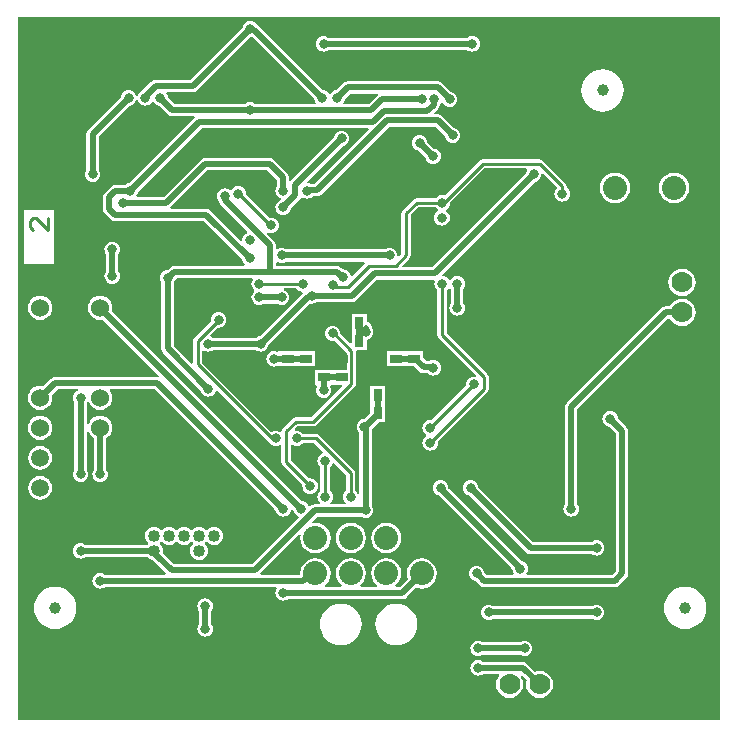
<source format=gbl>
G04*
G04 #@! TF.GenerationSoftware,Altium Limited,Altium Designer,20.1.14 (287)*
G04*
G04 Layer_Physical_Order=2*
G04 Layer_Color=16711680*
%FSLAX25Y25*%
%MOIN*%
G70*
G04*
G04 #@! TF.SameCoordinates,C2F43883-CFBE-4391-8D32-2E69E091BBB5*
G04*
G04*
G04 #@! TF.FilePolarity,Positive*
G04*
G01*
G75*
%ADD10C,0.01000*%
%ADD56C,0.03937*%
%ADD62R,0.03000X0.04000*%
%ADD65R,0.04000X0.03000*%
%ADD87C,0.02000*%
%ADD88C,0.07000*%
%ADD89C,0.02000*%
%ADD90C,0.19685*%
%ADD91C,0.04000*%
%ADD92C,0.08000*%
%ADD93R,0.05906X0.05906*%
%ADD94C,0.05906*%
%ADD95C,0.06000*%
%ADD96C,0.03150*%
G36*
X461500Y207500D02*
X227500D01*
Y442000D01*
X461500D01*
Y207500D01*
D02*
G37*
%LPC*%
G36*
X379000Y435597D02*
X378328Y435508D01*
X377701Y435249D01*
X377428Y435039D01*
X331072D01*
X330799Y435249D01*
X330172Y435508D01*
X329500Y435597D01*
X328828Y435508D01*
X328202Y435249D01*
X327664Y434836D01*
X327251Y434299D01*
X326992Y433672D01*
X326903Y433000D01*
X326992Y432328D01*
X327251Y431702D01*
X327664Y431164D01*
X328202Y430751D01*
X328828Y430491D01*
X329500Y430403D01*
X330172Y430491D01*
X330799Y430751D01*
X331072Y430961D01*
X377428D01*
X377701Y430751D01*
X378328Y430491D01*
X379000Y430403D01*
X379672Y430491D01*
X380298Y430751D01*
X380836Y431164D01*
X381249Y431702D01*
X381508Y432328D01*
X381597Y433000D01*
X381508Y433672D01*
X381249Y434299D01*
X380836Y434836D01*
X380298Y435249D01*
X379672Y435508D01*
X379000Y435597D01*
D02*
G37*
G36*
X305000Y440597D02*
X304328Y440509D01*
X303701Y440249D01*
X303164Y439836D01*
X302751Y439298D01*
X302491Y438672D01*
X302447Y438330D01*
X285155Y421039D01*
X273500D01*
X272720Y420884D01*
X272058Y420442D01*
X269133Y417517D01*
X269051Y417394D01*
X268702Y417249D01*
X268164Y416836D01*
X267751Y416298D01*
X267549Y415810D01*
X267250Y415738D01*
X266951Y415810D01*
X266749Y416298D01*
X266336Y416836D01*
X265798Y417249D01*
X265172Y417509D01*
X264500Y417597D01*
X263828Y417509D01*
X263201Y417249D01*
X262664Y416836D01*
X262251Y416298D01*
X261992Y415672D01*
X261947Y415330D01*
X251058Y404442D01*
X250616Y403780D01*
X250461Y403000D01*
Y391072D01*
X250251Y390798D01*
X249991Y390172D01*
X249903Y389500D01*
X249991Y388828D01*
X250251Y388201D01*
X250664Y387664D01*
X251202Y387251D01*
X251828Y386992D01*
X252500Y386903D01*
X253172Y386992D01*
X253799Y387251D01*
X254336Y387664D01*
X254749Y388201D01*
X255009Y388828D01*
X255097Y389500D01*
X255009Y390172D01*
X254749Y390798D01*
X254539Y391072D01*
Y402155D01*
X264830Y412446D01*
X265172Y412492D01*
X265798Y412751D01*
X266336Y413164D01*
X266749Y413701D01*
X266951Y414190D01*
X267250Y414262D01*
X267549Y414190D01*
X267751Y413701D01*
X268164Y413164D01*
X268702Y412751D01*
X269328Y412492D01*
X270000Y412403D01*
X270672Y412492D01*
X271299Y412751D01*
X271836Y413164D01*
X272223Y413668D01*
X272492Y413704D01*
X272508D01*
X272777Y413668D01*
X273164Y413164D01*
X273702Y412751D01*
X274328Y412492D01*
X274670Y412446D01*
X277586Y409530D01*
X278247Y409088D01*
X279028Y408933D01*
X286393D01*
X286548Y408471D01*
X286549Y408433D01*
X264670Y386554D01*
X264328Y386508D01*
X263702Y386249D01*
X263428Y386039D01*
X260000D01*
X259220Y385884D01*
X258558Y385442D01*
X256558Y383442D01*
X256116Y382780D01*
X255961Y382000D01*
Y378000D01*
X256116Y377220D01*
X256558Y376558D01*
X258558Y374558D01*
X259220Y374116D01*
X260000Y373961D01*
X289580D01*
X302372Y361170D01*
X302417Y360828D01*
X302676Y360202D01*
X303089Y359664D01*
X303285Y359513D01*
X303115Y359013D01*
X283131D01*
X283000Y359039D01*
X279811D01*
X279031Y358884D01*
X278369Y358442D01*
X277521Y357594D01*
X277500Y357597D01*
X276828Y357508D01*
X276202Y357249D01*
X275664Y356836D01*
X275251Y356298D01*
X274991Y355672D01*
X274903Y355000D01*
X274991Y354328D01*
X275251Y353701D01*
X275461Y353428D01*
Y331500D01*
X275616Y330720D01*
X276058Y330058D01*
X288446Y317670D01*
X288492Y317328D01*
X288751Y316702D01*
X289164Y316164D01*
X289702Y315751D01*
X290328Y315492D01*
X291000Y315403D01*
X291672Y315492D01*
X292299Y315751D01*
X292836Y316164D01*
X293249Y316702D01*
X293493Y317289D01*
X293840Y317456D01*
X293984Y317505D01*
X311070Y300419D01*
X311196Y300335D01*
X311251Y300202D01*
X311664Y299664D01*
X312201Y299251D01*
X312828Y298991D01*
X313500Y298903D01*
X314172Y298991D01*
X314798Y299251D01*
X314971Y299383D01*
X315471Y299136D01*
Y293625D01*
X315587Y293040D01*
X315919Y292544D01*
X322453Y286009D01*
X322403Y285625D01*
X322492Y284953D01*
X322751Y284327D01*
X323164Y283789D01*
X323702Y283376D01*
X324328Y283117D01*
X325000Y283028D01*
X325672Y283117D01*
X326298Y283376D01*
X326836Y283789D01*
X327249Y284327D01*
X327508Y284953D01*
X327597Y285625D01*
X327508Y286297D01*
X327249Y286924D01*
X326836Y287462D01*
X326298Y287874D01*
X325672Y288134D01*
X325000Y288222D01*
X324616Y288172D01*
X318529Y294259D01*
Y299136D01*
X319029Y299383D01*
X319201Y299251D01*
X319828Y298991D01*
X320500Y298903D01*
X321172Y298991D01*
X321798Y299251D01*
X322336Y299664D01*
X322572Y299971D01*
X326215D01*
X329215Y296971D01*
X329075Y296404D01*
X328701Y296249D01*
X328164Y295836D01*
X327751Y295299D01*
X327491Y294672D01*
X327403Y294000D01*
X327491Y293328D01*
X327751Y292702D01*
X328164Y292164D01*
X328471Y291928D01*
Y284072D01*
X328164Y283836D01*
X327751Y283298D01*
X327491Y282672D01*
X327403Y282000D01*
X327491Y281328D01*
X327751Y280701D01*
X328164Y280164D01*
X328326Y280039D01*
X328156Y279539D01*
X326555D01*
X325775Y279384D01*
X325114Y278942D01*
X324971Y278799D01*
X324400Y278935D01*
X324249Y279298D01*
X323836Y279836D01*
X323299Y280249D01*
X322672Y280508D01*
X322330Y280554D01*
X258901Y343983D01*
X259034Y345000D01*
X258897Y346044D01*
X258494Y347017D01*
X257853Y347853D01*
X257017Y348494D01*
X256044Y348897D01*
X255000Y349035D01*
X253956Y348897D01*
X252983Y348494D01*
X252147Y347853D01*
X251506Y347017D01*
X251103Y346044D01*
X250965Y345000D01*
X251103Y343956D01*
X251506Y342983D01*
X252147Y342147D01*
X252983Y341506D01*
X253956Y341103D01*
X255000Y340966D01*
X256017Y341099D01*
X274708Y322408D01*
X274462Y321947D01*
X274000Y322039D01*
X240000D01*
X239219Y321884D01*
X238558Y321442D01*
X236017Y318901D01*
X235000Y319035D01*
X233956Y318897D01*
X232983Y318494D01*
X232147Y317853D01*
X231506Y317017D01*
X231103Y316044D01*
X230965Y315000D01*
X231103Y313956D01*
X231506Y312983D01*
X232147Y312147D01*
X232983Y311506D01*
X233956Y311103D01*
X235000Y310966D01*
X236044Y311103D01*
X237017Y311506D01*
X237853Y312147D01*
X238494Y312983D01*
X238897Y313956D01*
X239034Y315000D01*
X238901Y316017D01*
X240845Y317961D01*
X247613D01*
X247713Y317461D01*
X247201Y317249D01*
X246664Y316836D01*
X246251Y316299D01*
X245991Y315672D01*
X245903Y315000D01*
X245991Y314328D01*
X246251Y313702D01*
X246461Y313428D01*
Y291072D01*
X246251Y290798D01*
X245991Y290172D01*
X245903Y289500D01*
X245991Y288828D01*
X246251Y288201D01*
X246664Y287664D01*
X247201Y287251D01*
X247828Y286992D01*
X248500Y286903D01*
X249172Y286992D01*
X249798Y287251D01*
X250336Y287664D01*
X250749Y288201D01*
X251009Y288828D01*
X251097Y289500D01*
X251009Y290172D01*
X250749Y290798D01*
X250539Y291072D01*
Y304407D01*
X251039Y304440D01*
X251103Y303956D01*
X251506Y302983D01*
X252147Y302147D01*
X252961Y301523D01*
Y291072D01*
X252751Y290798D01*
X252491Y290172D01*
X252403Y289500D01*
X252491Y288828D01*
X252751Y288201D01*
X253164Y287664D01*
X253701Y287251D01*
X254328Y286992D01*
X255000Y286903D01*
X255672Y286992D01*
X256298Y287251D01*
X256836Y287664D01*
X257249Y288201D01*
X257508Y288828D01*
X257597Y289500D01*
X257508Y290172D01*
X257249Y290798D01*
X257039Y291072D01*
Y301523D01*
X257853Y302147D01*
X258494Y302983D01*
X258897Y303956D01*
X259034Y305000D01*
X258897Y306044D01*
X258494Y307017D01*
X257853Y307853D01*
X257017Y308494D01*
X256044Y308897D01*
X255000Y309035D01*
X253956Y308897D01*
X252983Y308494D01*
X252147Y307853D01*
X251506Y307017D01*
X251103Y306044D01*
X251039Y305561D01*
X250539Y305593D01*
Y313428D01*
X250696Y313632D01*
X250985Y313655D01*
X251249Y313602D01*
X251506Y312983D01*
X252147Y312147D01*
X252983Y311506D01*
X253956Y311103D01*
X255000Y310966D01*
X256044Y311103D01*
X257017Y311506D01*
X257853Y312147D01*
X258494Y312983D01*
X258897Y313956D01*
X259034Y315000D01*
X258897Y316044D01*
X258494Y317017D01*
X258154Y317461D01*
X258400Y317961D01*
X273155D01*
X313446Y277670D01*
X313492Y277328D01*
X313751Y276701D01*
X314164Y276164D01*
X314702Y275751D01*
X315328Y275491D01*
X316000Y275403D01*
X316672Y275491D01*
X317299Y275751D01*
X317836Y276164D01*
X318249Y276701D01*
X318509Y277328D01*
X318575Y277834D01*
X319060Y278056D01*
X319446Y277670D01*
X319492Y277328D01*
X319751Y276701D01*
X320164Y276164D01*
X320702Y275751D01*
X321065Y275600D01*
X321201Y275029D01*
X305711Y259539D01*
X279688D01*
X275933Y263294D01*
X276026Y264000D01*
X275923Y264783D01*
X275621Y265513D01*
X275140Y266140D01*
X274996Y266250D01*
Y266750D01*
X275140Y266860D01*
X275250Y267004D01*
X275750D01*
X275860Y266860D01*
X276487Y266379D01*
X277217Y266077D01*
X278000Y265974D01*
X278783Y266077D01*
X279513Y266379D01*
X280140Y266860D01*
X280250Y267004D01*
X280750D01*
X280860Y266860D01*
X281487Y266379D01*
X282217Y266077D01*
X283000Y265974D01*
X283783Y266077D01*
X284513Y266379D01*
X285140Y266860D01*
X285250Y267004D01*
X285750D01*
X285860Y266860D01*
X286004Y266750D01*
Y266250D01*
X285860Y266140D01*
X285380Y265513D01*
X285077Y264783D01*
X284974Y264000D01*
X285077Y263217D01*
X285380Y262487D01*
X285860Y261860D01*
X286487Y261380D01*
X287217Y261077D01*
X288000Y260974D01*
X288783Y261077D01*
X289513Y261380D01*
X290140Y261860D01*
X290620Y262487D01*
X290923Y263217D01*
X291026Y264000D01*
X290923Y264783D01*
X290620Y265513D01*
X290140Y266140D01*
X289996Y266250D01*
Y266750D01*
X290140Y266860D01*
X290250Y267004D01*
X290750D01*
X290860Y266860D01*
X291487Y266379D01*
X292217Y266077D01*
X293000Y265974D01*
X293783Y266077D01*
X294513Y266379D01*
X295140Y266860D01*
X295620Y267487D01*
X295923Y268217D01*
X296026Y269000D01*
X295923Y269783D01*
X295620Y270513D01*
X295140Y271140D01*
X294513Y271620D01*
X293783Y271923D01*
X293000Y272026D01*
X292217Y271923D01*
X291487Y271620D01*
X290860Y271140D01*
X290750Y270996D01*
X290250D01*
X290140Y271140D01*
X289513Y271620D01*
X288783Y271923D01*
X288000Y272026D01*
X287217Y271923D01*
X286487Y271620D01*
X285860Y271140D01*
X285750Y270996D01*
X285250D01*
X285140Y271140D01*
X284513Y271620D01*
X283783Y271923D01*
X283000Y272026D01*
X282217Y271923D01*
X281487Y271620D01*
X280860Y271140D01*
X280750Y270996D01*
X280250D01*
X280140Y271140D01*
X279513Y271620D01*
X278783Y271923D01*
X278000Y272026D01*
X277217Y271923D01*
X276487Y271620D01*
X275860Y271140D01*
X275750Y270996D01*
X275250D01*
X275140Y271140D01*
X274513Y271620D01*
X273783Y271923D01*
X273000Y272026D01*
X272217Y271923D01*
X271487Y271620D01*
X270860Y271140D01*
X270379Y270513D01*
X270077Y269783D01*
X269974Y269000D01*
X270077Y268217D01*
X270379Y267487D01*
X270860Y266860D01*
X270864Y266309D01*
X270591Y266039D01*
X250072D01*
X249798Y266249D01*
X249172Y266509D01*
X248500Y266597D01*
X247828Y266509D01*
X247201Y266249D01*
X246664Y265836D01*
X246251Y265299D01*
X245991Y264672D01*
X245903Y264000D01*
X245991Y263328D01*
X246251Y262702D01*
X246664Y262164D01*
X247201Y261751D01*
X247828Y261491D01*
X248500Y261403D01*
X249172Y261491D01*
X249798Y261751D01*
X250072Y261961D01*
X270783D01*
X270860Y261860D01*
X271487Y261380D01*
X272217Y261077D01*
X272462Y261045D01*
X272558Y260901D01*
X276920Y256539D01*
X276713Y256039D01*
X256572D01*
X256298Y256249D01*
X255672Y256508D01*
X255000Y256597D01*
X254328Y256508D01*
X253701Y256249D01*
X253164Y255836D01*
X252751Y255298D01*
X252491Y254672D01*
X252403Y254000D01*
X252491Y253328D01*
X252751Y252701D01*
X253164Y252164D01*
X253701Y251751D01*
X254328Y251491D01*
X255000Y251403D01*
X255672Y251491D01*
X256298Y251751D01*
X256572Y251961D01*
X313629D01*
X313876Y251461D01*
X313751Y251298D01*
X313492Y250672D01*
X313403Y250000D01*
X313492Y249328D01*
X313751Y248702D01*
X314164Y248164D01*
X314702Y247751D01*
X315328Y247492D01*
X316000Y247403D01*
X316672Y247492D01*
X317299Y247751D01*
X317572Y247961D01*
X355716D01*
X356497Y248116D01*
X357158Y248558D01*
X360429Y251829D01*
X360911Y251629D01*
X362216Y251457D01*
X363522Y251629D01*
X364738Y252133D01*
X365782Y252934D01*
X366584Y253978D01*
X367088Y255195D01*
X367260Y256500D01*
X367088Y257805D01*
X366584Y259022D01*
X365782Y260066D01*
X364738Y260868D01*
X363522Y261371D01*
X362216Y261543D01*
X360911Y261371D01*
X359695Y260868D01*
X358650Y260066D01*
X357849Y259022D01*
X357345Y257805D01*
X357173Y256500D01*
X357345Y255195D01*
X357545Y254712D01*
X354872Y252039D01*
X353627D01*
X353457Y252539D01*
X353972Y252934D01*
X354773Y253978D01*
X355277Y255195D01*
X355449Y256500D01*
X355277Y257805D01*
X354773Y259022D01*
X353972Y260066D01*
X352927Y260868D01*
X351711Y261371D01*
X350406Y261543D01*
X349100Y261371D01*
X347884Y260868D01*
X346839Y260066D01*
X346038Y259022D01*
X345534Y257805D01*
X345362Y256500D01*
X345534Y255195D01*
X346038Y253978D01*
X346839Y252934D01*
X347354Y252539D01*
X347184Y252039D01*
X341816D01*
X341646Y252539D01*
X342161Y252934D01*
X342962Y253978D01*
X343466Y255195D01*
X343638Y256500D01*
X343466Y257805D01*
X342962Y259022D01*
X342161Y260066D01*
X341116Y260868D01*
X339900Y261371D01*
X338595Y261543D01*
X337289Y261371D01*
X336073Y260868D01*
X335029Y260066D01*
X334227Y259022D01*
X333723Y257805D01*
X333551Y256500D01*
X333723Y255195D01*
X334227Y253978D01*
X335029Y252934D01*
X335543Y252539D01*
X335373Y252039D01*
X330005D01*
X329835Y252539D01*
X330349Y252934D01*
X331151Y253978D01*
X331655Y255195D01*
X331827Y256500D01*
X331655Y257805D01*
X331151Y259022D01*
X330349Y260066D01*
X329305Y260868D01*
X328089Y261371D01*
X326783Y261543D01*
X325478Y261371D01*
X324262Y260868D01*
X323218Y260066D01*
X322416Y259022D01*
X321912Y257805D01*
X321740Y256500D01*
X321751Y256415D01*
X321422Y256039D01*
X308686D01*
X308479Y256539D01*
X321384Y269445D01*
X321858Y269211D01*
X321740Y268319D01*
X321912Y267014D01*
X322416Y265797D01*
X323218Y264753D01*
X324262Y263951D01*
X325478Y263448D01*
X326783Y263276D01*
X328089Y263448D01*
X329305Y263951D01*
X330349Y264753D01*
X331151Y265797D01*
X331655Y267014D01*
X331827Y268319D01*
X331655Y269624D01*
X331151Y270841D01*
X330349Y271885D01*
X329305Y272687D01*
X328089Y273190D01*
X326783Y273362D01*
X325891Y273245D01*
X325658Y273718D01*
X327400Y275461D01*
X341928D01*
X342201Y275251D01*
X342828Y274991D01*
X343500Y274903D01*
X344172Y274991D01*
X344798Y275251D01*
X345336Y275664D01*
X345749Y276202D01*
X346008Y276828D01*
X346097Y277500D01*
X346008Y278172D01*
X345749Y278799D01*
X345539Y279072D01*
Y304532D01*
X348007Y307000D01*
X350124D01*
Y313000D01*
Y319000D01*
X345124D01*
Y313000D01*
Y309884D01*
X343244Y308005D01*
X343111Y308022D01*
X342439Y307934D01*
X341813Y307674D01*
X341275Y307262D01*
X340862Y306724D01*
X340603Y306097D01*
X340514Y305425D01*
X340603Y304753D01*
X340862Y304127D01*
X341275Y303589D01*
X341461Y303446D01*
Y282887D01*
X340961Y282787D01*
X340749Y283298D01*
X340336Y283836D01*
X340029Y284072D01*
Y289848D01*
X339913Y290434D01*
X339581Y290930D01*
X327930Y302581D01*
X327434Y302913D01*
X326848Y303029D01*
X322572D01*
X322336Y303336D01*
X321798Y303749D01*
X321172Y304009D01*
X320500Y304097D01*
X320061Y304039D01*
X319827Y304513D01*
X320785Y305471D01*
X326000D01*
X326585Y305587D01*
X327081Y305919D01*
X339881Y318719D01*
X340213Y319215D01*
X340329Y319800D01*
Y330700D01*
X340576Y331000D01*
X343876D01*
Y334453D01*
X344172Y334491D01*
X344798Y334751D01*
X345336Y335164D01*
X345749Y335701D01*
X346008Y336328D01*
X346097Y337000D01*
X346008Y337672D01*
X345749Y338299D01*
X345487Y338640D01*
X345384Y339157D01*
X344942Y339818D01*
X344280Y340260D01*
X343876Y340341D01*
Y343000D01*
X338876D01*
Y337000D01*
Y333440D01*
X338415Y333248D01*
X335087Y336576D01*
X335009Y337172D01*
X334749Y337799D01*
X334336Y338336D01*
X333799Y338749D01*
X333172Y339008D01*
X332500Y339097D01*
X331828Y339008D01*
X331202Y338749D01*
X330664Y338336D01*
X330251Y337799D01*
X329992Y337172D01*
X329903Y336500D01*
X329992Y335828D01*
X330251Y335202D01*
X330664Y334664D01*
X331202Y334251D01*
X331828Y333992D01*
X332500Y333903D01*
X333172Y333992D01*
X333295Y334042D01*
X337271Y330066D01*
Y324376D01*
X326500D01*
Y319376D01*
X327064D01*
X327311Y318876D01*
X327251Y318798D01*
X326992Y318172D01*
X326903Y317500D01*
X326992Y316828D01*
X327251Y316201D01*
X327664Y315664D01*
X328202Y315251D01*
X328828Y314991D01*
X329500Y314903D01*
X330172Y314991D01*
X330799Y315251D01*
X331336Y315664D01*
X331749Y316201D01*
X332009Y316828D01*
X332097Y317500D01*
X332009Y318172D01*
X331749Y318798D01*
X331689Y318876D01*
X331936Y319376D01*
X335560D01*
X335752Y318915D01*
X325366Y308529D01*
X320152D01*
X319566Y308413D01*
X319070Y308081D01*
X315919Y304930D01*
X315587Y304434D01*
X315471Y303848D01*
X314971Y303617D01*
X314798Y303749D01*
X314172Y304009D01*
X313500Y304097D01*
X312828Y304009D01*
X312201Y303749D01*
X312124Y303690D01*
X289029Y326785D01*
Y330636D01*
X289529Y330883D01*
X289702Y330751D01*
X290328Y330491D01*
X291000Y330403D01*
X291672Y330491D01*
X292299Y330751D01*
X292572Y330961D01*
X306928D01*
X307202Y330751D01*
X307828Y330491D01*
X308500Y330403D01*
X309172Y330491D01*
X309799Y330751D01*
X310336Y331164D01*
X310749Y331701D01*
X311009Y332328D01*
X311053Y332670D01*
X324883Y346499D01*
X324903Y346492D01*
X325575Y346403D01*
X326247Y346492D01*
X326873Y346751D01*
X327147Y346961D01*
X339000D01*
X339780Y347116D01*
X340442Y347558D01*
X347345Y354461D01*
X366277D01*
X366595Y354065D01*
X366617Y353974D01*
X366492Y353672D01*
X366403Y353000D01*
X366492Y352328D01*
X366751Y351701D01*
X367164Y351164D01*
X367471Y350928D01*
Y336000D01*
X367471Y336000D01*
X367587Y335415D01*
X367919Y334919D01*
X380369Y322468D01*
X380223Y322129D01*
X380114Y322016D01*
X379500Y322097D01*
X378828Y322008D01*
X378202Y321749D01*
X377664Y321336D01*
X377251Y320798D01*
X376992Y320172D01*
X376903Y319500D01*
X376954Y319116D01*
X365384Y307546D01*
X365000Y307597D01*
X364328Y307508D01*
X363702Y307249D01*
X363164Y306836D01*
X362751Y306298D01*
X362491Y305672D01*
X362403Y305000D01*
X362491Y304328D01*
X362751Y303701D01*
X363164Y303164D01*
X363668Y302777D01*
X363704Y302508D01*
Y302492D01*
X363668Y302223D01*
X363164Y301836D01*
X362751Y301298D01*
X362491Y300672D01*
X362403Y300000D01*
X362491Y299328D01*
X362751Y298702D01*
X363164Y298164D01*
X363702Y297751D01*
X364328Y297492D01*
X365000Y297403D01*
X365672Y297492D01*
X366299Y297751D01*
X366836Y298164D01*
X367249Y298702D01*
X367509Y299328D01*
X367597Y300000D01*
X367547Y300384D01*
X384081Y316919D01*
X384413Y317415D01*
X384529Y318000D01*
Y322000D01*
X384413Y322585D01*
X384081Y323081D01*
X370529Y336633D01*
Y350928D01*
X370836Y351164D01*
X371223Y351668D01*
X371492Y351704D01*
X371508D01*
X371777Y351668D01*
X371961Y351428D01*
Y346572D01*
X371751Y346299D01*
X371492Y345672D01*
X371403Y345000D01*
X371492Y344328D01*
X371751Y343702D01*
X372164Y343164D01*
X372702Y342751D01*
X373328Y342492D01*
X374000Y342403D01*
X374672Y342492D01*
X375299Y342751D01*
X375836Y343164D01*
X376249Y343702D01*
X376508Y344328D01*
X376597Y345000D01*
X376508Y345672D01*
X376249Y346299D01*
X376039Y346572D01*
Y351428D01*
X376249Y351701D01*
X376508Y352328D01*
X376597Y353000D01*
X376508Y353672D01*
X376249Y354298D01*
X375836Y354836D01*
X375299Y355249D01*
X374672Y355508D01*
X374000Y355597D01*
X373328Y355508D01*
X372702Y355249D01*
X372164Y354836D01*
X371777Y354332D01*
X371508Y354296D01*
X371492D01*
X371223Y354332D01*
X370836Y354836D01*
X370299Y355249D01*
X369672Y355508D01*
X369166Y355575D01*
X368944Y356060D01*
X399830Y386947D01*
X400172Y386992D01*
X400799Y387251D01*
X401336Y387664D01*
X401749Y388201D01*
X402008Y388828D01*
X402097Y389500D01*
X402092Y389538D01*
X402566Y389772D01*
X407184Y385153D01*
X407164Y384836D01*
X406751Y384298D01*
X406492Y383672D01*
X406403Y383000D01*
X406492Y382328D01*
X406751Y381701D01*
X407164Y381164D01*
X407701Y380751D01*
X408328Y380491D01*
X409000Y380403D01*
X409672Y380491D01*
X410298Y380751D01*
X410836Y381164D01*
X411249Y381701D01*
X411509Y382328D01*
X411597Y383000D01*
X411509Y383672D01*
X411249Y384298D01*
X410836Y384836D01*
X410529Y385072D01*
Y385500D01*
X410413Y386085D01*
X410081Y386581D01*
X402581Y394081D01*
X402085Y394413D01*
X401500Y394529D01*
X382500D01*
X381915Y394413D01*
X381419Y394081D01*
X369795Y382458D01*
X369672Y382508D01*
X369000Y382597D01*
X368328Y382508D01*
X367702Y382249D01*
X367164Y381836D01*
X366928Y381529D01*
X360500D01*
X359915Y381413D01*
X359419Y381081D01*
X355919Y377581D01*
X355587Y377085D01*
X355471Y376500D01*
Y363134D01*
X354566Y362228D01*
X354092Y362462D01*
X354097Y362500D01*
X354009Y363172D01*
X353749Y363798D01*
X353336Y364336D01*
X352799Y364749D01*
X352172Y365008D01*
X351500Y365097D01*
X350828Y365008D01*
X350202Y364749D01*
X349928Y364539D01*
X317072D01*
X316798Y364749D01*
X316172Y365008D01*
X315500Y365097D01*
X314828Y365008D01*
X314201Y364749D01*
X314039Y364625D01*
X313539Y364871D01*
Y365981D01*
X313384Y366761D01*
X312942Y367423D01*
X310622Y369743D01*
X310905Y370167D01*
X311328Y369991D01*
X312000Y369903D01*
X312672Y369991D01*
X313299Y370251D01*
X313836Y370664D01*
X314249Y371201D01*
X314509Y371828D01*
X314597Y372500D01*
X314509Y373172D01*
X314249Y373798D01*
X313836Y374336D01*
X313299Y374749D01*
X312672Y375009D01*
X312000Y375097D01*
X311395Y375017D01*
X303576Y382837D01*
X303597Y383000D01*
X303508Y383672D01*
X303249Y384298D01*
X302836Y384836D01*
X302298Y385249D01*
X301672Y385508D01*
X301000Y385597D01*
X300328Y385508D01*
X299701Y385249D01*
X299164Y384836D01*
X298774Y384328D01*
X298715Y384285D01*
X298171Y384204D01*
X297798Y384489D01*
X297172Y384749D01*
X296500Y384837D01*
X295828Y384749D01*
X295201Y384489D01*
X294664Y384077D01*
X294251Y383539D01*
X293991Y382912D01*
X293903Y382240D01*
X293991Y381568D01*
X294251Y380942D01*
X294545Y380559D01*
X294616Y380200D01*
X295058Y379539D01*
X304126Y370470D01*
X303990Y369900D01*
X303627Y369749D01*
X303089Y369336D01*
X302676Y368798D01*
X302417Y368172D01*
X302350Y367666D01*
X301865Y367444D01*
X291867Y377442D01*
X291206Y377884D01*
X290425Y378039D01*
X278565D01*
X278414Y378539D01*
X278442Y378558D01*
X290845Y390961D01*
X310655D01*
X313886Y387730D01*
Y385475D01*
X313751Y385298D01*
X313492Y384672D01*
X313403Y384000D01*
X313492Y383328D01*
X313751Y382701D01*
X314164Y382164D01*
X314702Y381751D01*
X315190Y381549D01*
X315262Y381250D01*
X315190Y380951D01*
X314702Y380749D01*
X314164Y380336D01*
X313751Y379799D01*
X313492Y379172D01*
X313403Y378500D01*
X313492Y377828D01*
X313751Y377202D01*
X314164Y376664D01*
X314702Y376251D01*
X315328Y375992D01*
X316000Y375903D01*
X316672Y375992D01*
X317299Y376251D01*
X317836Y376664D01*
X318249Y377202D01*
X318509Y377828D01*
X318553Y378170D01*
X321442Y381058D01*
X321884Y381720D01*
X321889Y381744D01*
X322440Y381952D01*
X322702Y381751D01*
X323328Y381491D01*
X324000Y381403D01*
X324672Y381491D01*
X325299Y381751D01*
X325836Y382164D01*
X325850Y382181D01*
X327220D01*
X328000Y382336D01*
X328662Y382778D01*
X351345Y405461D01*
X366655D01*
X369947Y402170D01*
X369991Y401828D01*
X370251Y401201D01*
X370664Y400664D01*
X371201Y400251D01*
X371828Y399991D01*
X372500Y399903D01*
X373172Y399991D01*
X373798Y400251D01*
X374336Y400664D01*
X374749Y401201D01*
X375009Y401828D01*
X375097Y402500D01*
X375009Y403172D01*
X374749Y403798D01*
X374336Y404336D01*
X373798Y404749D01*
X373172Y405009D01*
X372830Y405054D01*
X368942Y408942D01*
X368280Y409384D01*
X367500Y409539D01*
X366576D01*
X366385Y410001D01*
X367683Y411299D01*
X368125Y411961D01*
X368255Y412615D01*
X368297Y412647D01*
X368710Y413185D01*
X368713Y413193D01*
X369251Y413202D01*
X369664Y412664D01*
X370201Y412251D01*
X370828Y411992D01*
X371500Y411903D01*
X372172Y411992D01*
X372798Y412251D01*
X373336Y412664D01*
X373749Y413202D01*
X374008Y413828D01*
X374097Y414500D01*
X374008Y415172D01*
X373749Y415799D01*
X373336Y416336D01*
X372798Y416749D01*
X372172Y417008D01*
X371830Y417054D01*
X368942Y419942D01*
X368280Y420384D01*
X367500Y420539D01*
X337500D01*
X336720Y420384D01*
X336058Y419942D01*
X333670Y417554D01*
X333328Y417509D01*
X332701Y417249D01*
X332164Y416836D01*
X331776Y416332D01*
X331508Y416296D01*
X331492D01*
X331224Y416332D01*
X330836Y416836D01*
X330298Y417249D01*
X329672Y417509D01*
X329330Y417554D01*
X307662Y439222D01*
X307000Y439664D01*
X306963Y439671D01*
X306836Y439836D01*
X306298Y440249D01*
X305672Y440509D01*
X305000Y440597D01*
D02*
G37*
G36*
X422500Y424534D02*
X421128Y424399D01*
X419808Y423998D01*
X418592Y423348D01*
X417526Y422474D01*
X416652Y421408D01*
X416002Y420192D01*
X415601Y418872D01*
X415466Y417500D01*
X415601Y416128D01*
X416002Y414808D01*
X416652Y413592D01*
X417526Y412526D01*
X418592Y411652D01*
X419808Y411002D01*
X421128Y410601D01*
X422500Y410466D01*
X423872Y410601D01*
X425192Y411002D01*
X426408Y411652D01*
X427474Y412526D01*
X428348Y413592D01*
X428998Y414808D01*
X429399Y416128D01*
X429534Y417500D01*
X429399Y418872D01*
X428998Y420192D01*
X428348Y421408D01*
X427474Y422474D01*
X426408Y423348D01*
X425192Y423998D01*
X423872Y424399D01*
X422500Y424534D01*
D02*
G37*
G36*
X361500Y402597D02*
X360828Y402508D01*
X360202Y402249D01*
X359664Y401836D01*
X359251Y401299D01*
X358992Y400672D01*
X358903Y400000D01*
X358992Y399328D01*
X359251Y398702D01*
X359664Y398164D01*
X360202Y397751D01*
X360828Y397492D01*
X361213Y397441D01*
X363452Y395201D01*
X363492Y394903D01*
X363751Y394276D01*
X364164Y393738D01*
X364702Y393326D01*
X365328Y393066D01*
X366000Y392978D01*
X366672Y393066D01*
X367299Y393326D01*
X367836Y393738D01*
X368249Y394276D01*
X368509Y394903D01*
X368597Y395575D01*
X368509Y396247D01*
X368249Y396873D01*
X367836Y397411D01*
X367299Y397824D01*
X366672Y398083D01*
X366287Y398134D01*
X364048Y400373D01*
X364008Y400672D01*
X363749Y401299D01*
X363336Y401836D01*
X362799Y402249D01*
X362172Y402508D01*
X361500Y402597D01*
D02*
G37*
G36*
X446343Y390043D02*
X445037Y389871D01*
X443821Y389368D01*
X442777Y388566D01*
X441975Y387522D01*
X441471Y386305D01*
X441299Y385000D01*
X441471Y383695D01*
X441975Y382478D01*
X442777Y381434D01*
X443821Y380632D01*
X445037Y380129D01*
X446343Y379957D01*
X447648Y380129D01*
X448864Y380632D01*
X449909Y381434D01*
X450710Y382478D01*
X451214Y383695D01*
X451386Y385000D01*
X451214Y386305D01*
X450710Y387522D01*
X449909Y388566D01*
X448864Y389368D01*
X447648Y389871D01*
X446343Y390043D01*
D02*
G37*
G36*
X426657D02*
X425352Y389871D01*
X424136Y389368D01*
X423091Y388566D01*
X422290Y387522D01*
X421786Y386305D01*
X421614Y385000D01*
X421786Y383695D01*
X422290Y382478D01*
X423091Y381434D01*
X424136Y380632D01*
X425352Y380129D01*
X426657Y379957D01*
X427963Y380129D01*
X429179Y380632D01*
X430223Y381434D01*
X431025Y382478D01*
X431529Y383695D01*
X431701Y385000D01*
X431529Y386305D01*
X431025Y387522D01*
X430223Y388566D01*
X429179Y389368D01*
X427963Y389871D01*
X426657Y390043D01*
D02*
G37*
G36*
X239500Y377500D02*
X229500D01*
Y359500D01*
X239500D01*
Y369000D01*
Y376999D01*
Y377500D01*
D02*
G37*
G36*
X259000Y367097D02*
X258328Y367008D01*
X257701Y366749D01*
X257164Y366336D01*
X256751Y365798D01*
X256491Y365172D01*
X256403Y364500D01*
X256491Y363828D01*
X256751Y363201D01*
X256999Y362878D01*
Y357099D01*
X256827Y356874D01*
X256567Y356248D01*
X256479Y355576D01*
X256567Y354904D01*
X256827Y354277D01*
X257239Y353739D01*
X257777Y353327D01*
X258404Y353067D01*
X259076Y352979D01*
X259748Y353067D01*
X260374Y353327D01*
X260912Y353739D01*
X261325Y354277D01*
X261584Y354904D01*
X261673Y355576D01*
X261584Y356248D01*
X261325Y356874D01*
X261077Y357197D01*
Y362977D01*
X261249Y363201D01*
X261508Y363828D01*
X261597Y364500D01*
X261508Y365172D01*
X261249Y365798D01*
X260836Y366336D01*
X260298Y366749D01*
X259672Y367008D01*
X259000Y367097D01*
D02*
G37*
G36*
X449000Y358039D02*
X447825Y357884D01*
X446731Y357431D01*
X445791Y356709D01*
X445069Y355769D01*
X444616Y354675D01*
X444461Y353500D01*
X444616Y352325D01*
X445069Y351231D01*
X445791Y350291D01*
X446731Y349569D01*
X447825Y349116D01*
X449000Y348961D01*
X450175Y349116D01*
X451269Y349569D01*
X452209Y350291D01*
X452931Y351231D01*
X453384Y352325D01*
X453539Y353500D01*
X453384Y354675D01*
X452931Y355769D01*
X452209Y356709D01*
X451269Y357431D01*
X450175Y357884D01*
X449000Y358039D01*
D02*
G37*
G36*
X235000Y349035D02*
X233956Y348897D01*
X232983Y348494D01*
X232147Y347853D01*
X231506Y347017D01*
X231103Y346044D01*
X230965Y345000D01*
X231103Y343956D01*
X231506Y342983D01*
X232147Y342147D01*
X232983Y341506D01*
X233956Y341103D01*
X235000Y340966D01*
X236044Y341103D01*
X237017Y341506D01*
X237853Y342147D01*
X238494Y342983D01*
X238897Y343956D01*
X239034Y345000D01*
X238897Y346044D01*
X238494Y347017D01*
X237853Y347853D01*
X237017Y348494D01*
X236044Y348897D01*
X235000Y349035D01*
D02*
G37*
G36*
X449000Y348039D02*
X447825Y347884D01*
X446731Y347431D01*
X445791Y346709D01*
X445069Y345769D01*
X444974Y345539D01*
X443500D01*
X442720Y345384D01*
X442058Y344942D01*
X410558Y313442D01*
X410116Y312780D01*
X409961Y312000D01*
Y279572D01*
X409751Y279298D01*
X409491Y278672D01*
X409403Y278000D01*
X409491Y277328D01*
X409751Y276701D01*
X410164Y276164D01*
X410702Y275751D01*
X411328Y275491D01*
X412000Y275403D01*
X412672Y275491D01*
X413299Y275751D01*
X413836Y276164D01*
X414249Y276701D01*
X414508Y277328D01*
X414597Y278000D01*
X414508Y278672D01*
X414249Y279298D01*
X414039Y279572D01*
Y311155D01*
X444345Y341461D01*
X444974D01*
X445069Y341231D01*
X445791Y340291D01*
X446731Y339569D01*
X447825Y339116D01*
X449000Y338961D01*
X450175Y339116D01*
X451269Y339569D01*
X452209Y340291D01*
X452931Y341231D01*
X453384Y342325D01*
X453539Y343500D01*
X453384Y344675D01*
X452931Y345769D01*
X452209Y346709D01*
X451269Y347431D01*
X450175Y347884D01*
X449000Y348039D01*
D02*
G37*
G36*
X314500Y330624D02*
X314000Y330373D01*
X313672Y330508D01*
X313000Y330597D01*
X312328Y330508D01*
X311701Y330249D01*
X311164Y329836D01*
X310751Y329298D01*
X310491Y328672D01*
X310403Y328000D01*
X310491Y327328D01*
X310751Y326701D01*
X311164Y326164D01*
X311701Y325751D01*
X312328Y325491D01*
X313000Y325403D01*
X313672Y325491D01*
X314000Y325627D01*
X314500Y325624D01*
X314500Y325624D01*
X314500Y325624D01*
X326500D01*
Y330624D01*
X314500D01*
X314500Y330624D01*
D02*
G37*
G36*
X362500Y330624D02*
X350500D01*
Y325624D01*
X359616D01*
X361462Y323778D01*
X362123Y323336D01*
X362904Y323181D01*
X364151D01*
X364164Y323164D01*
X364702Y322751D01*
X365328Y322492D01*
X366000Y322403D01*
X366672Y322492D01*
X367299Y322751D01*
X367836Y323164D01*
X368249Y323702D01*
X368509Y324328D01*
X368597Y325000D01*
X368509Y325672D01*
X368249Y326298D01*
X367836Y326836D01*
X367299Y327249D01*
X366672Y327508D01*
X366000Y327597D01*
X365328Y327508D01*
X364726Y327259D01*
X363748D01*
X362500Y328507D01*
Y330624D01*
D02*
G37*
G36*
X235000Y309035D02*
X233956Y308897D01*
X232983Y308494D01*
X232147Y307853D01*
X231506Y307017D01*
X231103Y306044D01*
X230965Y305000D01*
X231103Y303956D01*
X231506Y302983D01*
X232147Y302147D01*
X232983Y301506D01*
X233956Y301103D01*
X235000Y300966D01*
X236044Y301103D01*
X237017Y301506D01*
X237853Y302147D01*
X238494Y302983D01*
X238897Y303956D01*
X239034Y305000D01*
X238897Y306044D01*
X238494Y307017D01*
X237853Y307853D01*
X237017Y308494D01*
X236044Y308897D01*
X235000Y309035D01*
D02*
G37*
G36*
X235000Y298987D02*
X233968Y298851D01*
X233007Y298453D01*
X232181Y297819D01*
X231547Y296993D01*
X231149Y296032D01*
X231013Y295000D01*
X231149Y293968D01*
X231547Y293007D01*
X232181Y292181D01*
X233007Y291547D01*
X233968Y291149D01*
X235000Y291013D01*
X236032Y291149D01*
X236993Y291547D01*
X237819Y292181D01*
X238453Y293007D01*
X238851Y293968D01*
X238987Y295000D01*
X238851Y296032D01*
X238453Y296993D01*
X237819Y297819D01*
X236993Y298453D01*
X236032Y298851D01*
X235000Y298987D01*
D02*
G37*
G36*
Y288987D02*
X233968Y288851D01*
X233007Y288453D01*
X232181Y287819D01*
X231547Y286993D01*
X231149Y286032D01*
X231013Y285000D01*
X231149Y283968D01*
X231547Y283007D01*
X232181Y282181D01*
X233007Y281547D01*
X233968Y281149D01*
X235000Y281013D01*
X236032Y281149D01*
X236993Y281547D01*
X237819Y282181D01*
X238453Y283007D01*
X238851Y283968D01*
X238987Y285000D01*
X238851Y286032D01*
X238453Y286993D01*
X237819Y287819D01*
X236993Y288453D01*
X236032Y288851D01*
X235000Y288987D01*
D02*
G37*
G36*
X350406Y273362D02*
X349100Y273190D01*
X347884Y272687D01*
X346839Y271885D01*
X346038Y270841D01*
X345534Y269624D01*
X345362Y268319D01*
X345534Y267014D01*
X346038Y265797D01*
X346839Y264753D01*
X347884Y263951D01*
X349100Y263448D01*
X350406Y263276D01*
X351711Y263448D01*
X352927Y263951D01*
X353972Y264753D01*
X354773Y265797D01*
X355277Y267014D01*
X355449Y268319D01*
X355277Y269624D01*
X354773Y270841D01*
X353972Y271885D01*
X352927Y272687D01*
X351711Y273190D01*
X350406Y273362D01*
D02*
G37*
G36*
X338595D02*
X337289Y273190D01*
X336073Y272687D01*
X335029Y271885D01*
X334227Y270841D01*
X333723Y269624D01*
X333551Y268319D01*
X333723Y267014D01*
X334227Y265797D01*
X335029Y264753D01*
X336073Y263951D01*
X337289Y263448D01*
X338595Y263276D01*
X339900Y263448D01*
X341116Y263951D01*
X342161Y264753D01*
X342962Y265797D01*
X343466Y267014D01*
X343638Y268319D01*
X343466Y269624D01*
X342962Y270841D01*
X342161Y271885D01*
X341116Y272687D01*
X339900Y273190D01*
X338595Y273362D01*
D02*
G37*
G36*
X378500Y287597D02*
X377828Y287509D01*
X377202Y287249D01*
X376664Y286836D01*
X376251Y286298D01*
X375992Y285672D01*
X375903Y285000D01*
X375992Y284328D01*
X376251Y283701D01*
X376664Y283164D01*
X377202Y282751D01*
X377828Y282491D01*
X378170Y282447D01*
X397058Y263558D01*
X397720Y263116D01*
X398500Y262961D01*
X418928D01*
X419202Y262751D01*
X419828Y262491D01*
X420500Y262403D01*
X421172Y262491D01*
X421799Y262751D01*
X422336Y263164D01*
X422749Y263702D01*
X423008Y264328D01*
X423097Y265000D01*
X423008Y265672D01*
X422749Y266299D01*
X422336Y266836D01*
X421799Y267249D01*
X421172Y267509D01*
X420500Y267597D01*
X419828Y267509D01*
X419202Y267249D01*
X418928Y267039D01*
X399345D01*
X381053Y285330D01*
X381009Y285672D01*
X380749Y286298D01*
X380336Y286836D01*
X379799Y287249D01*
X379172Y287509D01*
X378500Y287597D01*
D02*
G37*
G36*
X425000Y310597D02*
X424328Y310508D01*
X423701Y310249D01*
X423164Y309836D01*
X422751Y309298D01*
X422492Y308672D01*
X422403Y308000D01*
X422492Y307328D01*
X422751Y306701D01*
X423164Y306164D01*
X423701Y305751D01*
X424328Y305491D01*
X424670Y305447D01*
X426961Y303155D01*
Y257345D01*
X425655Y256039D01*
X397371D01*
X397125Y256539D01*
X397249Y256701D01*
X397509Y257328D01*
X397597Y258000D01*
X397509Y258672D01*
X397249Y259298D01*
X396836Y259836D01*
X396299Y260249D01*
X395672Y260508D01*
X395618Y260516D01*
X371091Y285042D01*
X371008Y285672D01*
X370749Y286298D01*
X370336Y286836D01*
X369798Y287249D01*
X369172Y287509D01*
X368500Y287597D01*
X367828Y287509D01*
X367201Y287249D01*
X366664Y286836D01*
X366251Y286298D01*
X365991Y285672D01*
X365903Y285000D01*
X365991Y284328D01*
X366251Y283701D01*
X366664Y283164D01*
X367201Y282751D01*
X367828Y282491D01*
X367882Y282484D01*
X392409Y257958D01*
X392492Y257328D01*
X392751Y256701D01*
X392876Y256539D01*
X392629Y256039D01*
X383845D01*
X383053Y256830D01*
X383009Y257172D01*
X382749Y257799D01*
X382336Y258336D01*
X381799Y258749D01*
X381172Y259009D01*
X380500Y259097D01*
X379828Y259009D01*
X379202Y258749D01*
X378664Y258336D01*
X378251Y257799D01*
X377992Y257172D01*
X377903Y256500D01*
X377992Y255828D01*
X378251Y255202D01*
X378664Y254664D01*
X379202Y254251D01*
X379828Y253992D01*
X380170Y253946D01*
X381558Y252558D01*
X382220Y252116D01*
X383000Y251961D01*
X426500D01*
X427280Y252116D01*
X427942Y252558D01*
X430442Y255058D01*
X430884Y255720D01*
X431039Y256500D01*
Y304000D01*
X430884Y304780D01*
X430442Y305442D01*
X427554Y308330D01*
X427508Y308672D01*
X427249Y309298D01*
X426836Y309836D01*
X426299Y310249D01*
X425672Y310508D01*
X425000Y310597D01*
D02*
G37*
G36*
X420500Y246097D02*
X419828Y246008D01*
X419202Y245749D01*
X418928Y245539D01*
X386072D01*
X385799Y245749D01*
X385172Y246008D01*
X384500Y246097D01*
X383828Y246008D01*
X383202Y245749D01*
X382664Y245336D01*
X382251Y244798D01*
X381992Y244172D01*
X381903Y243500D01*
X381992Y242828D01*
X382251Y242201D01*
X382664Y241664D01*
X383202Y241251D01*
X383828Y240991D01*
X384500Y240903D01*
X385172Y240991D01*
X385799Y241251D01*
X386072Y241461D01*
X418928D01*
X419202Y241251D01*
X419828Y240991D01*
X420500Y240903D01*
X421172Y240991D01*
X421799Y241251D01*
X422336Y241664D01*
X422749Y242201D01*
X423008Y242828D01*
X423097Y243500D01*
X423008Y244172D01*
X422749Y244798D01*
X422336Y245336D01*
X421799Y245749D01*
X421172Y246008D01*
X420500Y246097D01*
D02*
G37*
G36*
X450000Y252034D02*
X448628Y251899D01*
X447308Y251499D01*
X446092Y250849D01*
X445026Y249974D01*
X444152Y248908D01*
X443502Y247692D01*
X443101Y246372D01*
X442966Y245000D01*
X443101Y243628D01*
X443502Y242308D01*
X444152Y241092D01*
X445026Y240026D01*
X446092Y239152D01*
X447308Y238502D01*
X448628Y238101D01*
X450000Y237966D01*
X451372Y238101D01*
X452692Y238502D01*
X453908Y239152D01*
X454974Y240026D01*
X455848Y241092D01*
X456498Y242308D01*
X456899Y243628D01*
X457034Y245000D01*
X456899Y246372D01*
X456498Y247692D01*
X455848Y248908D01*
X454974Y249974D01*
X453908Y250849D01*
X452692Y251499D01*
X451372Y251899D01*
X450000Y252034D01*
D02*
G37*
G36*
X240000D02*
X238628Y251899D01*
X237308Y251499D01*
X236092Y250849D01*
X235026Y249974D01*
X234152Y248908D01*
X233502Y247692D01*
X233101Y246372D01*
X232966Y245000D01*
X233101Y243628D01*
X233502Y242308D01*
X234152Y241092D01*
X235026Y240026D01*
X236092Y239152D01*
X237308Y238502D01*
X238628Y238101D01*
X240000Y237966D01*
X241372Y238101D01*
X242692Y238502D01*
X243908Y239152D01*
X244974Y240026D01*
X245848Y241092D01*
X246498Y242308D01*
X246899Y243628D01*
X247034Y245000D01*
X246899Y246372D01*
X246498Y247692D01*
X245848Y248908D01*
X244974Y249974D01*
X243908Y250849D01*
X242692Y251499D01*
X241372Y251899D01*
X240000Y252034D01*
D02*
G37*
G36*
X290000Y248172D02*
X289328Y248083D01*
X288702Y247824D01*
X288164Y247411D01*
X287751Y246873D01*
X287491Y246247D01*
X287403Y245575D01*
X287491Y244903D01*
X287751Y244276D01*
X287961Y244003D01*
Y239572D01*
X287751Y239299D01*
X287491Y238672D01*
X287403Y238000D01*
X287491Y237328D01*
X287751Y236701D01*
X288164Y236164D01*
X288702Y235751D01*
X289328Y235491D01*
X290000Y235403D01*
X290672Y235491D01*
X291299Y235751D01*
X291836Y236164D01*
X292249Y236701D01*
X292509Y237328D01*
X292597Y238000D01*
X292509Y238672D01*
X292249Y239299D01*
X292039Y239572D01*
Y244003D01*
X292249Y244276D01*
X292509Y244903D01*
X292597Y245575D01*
X292509Y246247D01*
X292249Y246873D01*
X291836Y247411D01*
X291299Y247824D01*
X290672Y248083D01*
X290000Y248172D01*
D02*
G37*
G36*
X396500Y234097D02*
X395828Y234009D01*
X395201Y233749D01*
X394928Y233539D01*
X382572D01*
X382298Y233749D01*
X381672Y234009D01*
X381000Y234097D01*
X380328Y234009D01*
X379701Y233749D01*
X379164Y233336D01*
X378751Y232799D01*
X378491Y232172D01*
X378403Y231500D01*
X378491Y230828D01*
X378751Y230202D01*
X379164Y229664D01*
X379701Y229251D01*
X380328Y228992D01*
X381000Y228903D01*
X381672Y228992D01*
X382298Y229251D01*
X382572Y229461D01*
X394928D01*
X395201Y229251D01*
X395828Y228992D01*
X396500Y228903D01*
X397172Y228992D01*
X397798Y229251D01*
X398336Y229664D01*
X398749Y230202D01*
X399008Y230828D01*
X399097Y231500D01*
X399008Y232172D01*
X398749Y232799D01*
X398336Y233336D01*
X397798Y233749D01*
X397172Y234009D01*
X396500Y234097D01*
D02*
G37*
G36*
X353752Y246439D02*
X352398Y246306D01*
X351097Y245911D01*
X349897Y245269D01*
X348845Y244407D01*
X347982Y243355D01*
X347341Y242155D01*
X346946Y240854D01*
X346813Y239500D01*
X346946Y238146D01*
X347341Y236845D01*
X347982Y235645D01*
X348845Y234593D01*
X349897Y233731D01*
X351097Y233089D01*
X352398Y232694D01*
X353752Y232561D01*
X355106Y232694D01*
X356407Y233089D01*
X357607Y233731D01*
X358658Y234593D01*
X359521Y235645D01*
X360163Y236845D01*
X360558Y238146D01*
X360691Y239500D01*
X360558Y240854D01*
X360163Y242155D01*
X359521Y243355D01*
X358658Y244407D01*
X357607Y245269D01*
X356407Y245911D01*
X355106Y246306D01*
X353752Y246439D01*
D02*
G37*
G36*
X335248D02*
X333894Y246306D01*
X332593Y245911D01*
X331393Y245269D01*
X330342Y244407D01*
X329479Y243355D01*
X328837Y242155D01*
X328443Y240854D01*
X328309Y239500D01*
X328443Y238146D01*
X328837Y236845D01*
X329479Y235645D01*
X330342Y234593D01*
X331393Y233731D01*
X332593Y233089D01*
X333894Y232694D01*
X335248Y232561D01*
X336602Y232694D01*
X337903Y233089D01*
X339103Y233731D01*
X340155Y234593D01*
X341018Y235645D01*
X341659Y236845D01*
X342054Y238146D01*
X342187Y239500D01*
X342054Y240854D01*
X341659Y242155D01*
X341018Y243355D01*
X340155Y244407D01*
X339103Y245269D01*
X337903Y245911D01*
X336602Y246306D01*
X335248Y246439D01*
D02*
G37*
G36*
X381000Y227597D02*
X380328Y227508D01*
X379701Y227249D01*
X379164Y226836D01*
X378751Y226298D01*
X378491Y225672D01*
X378403Y225000D01*
X378491Y224328D01*
X378751Y223702D01*
X379164Y223164D01*
X379701Y222751D01*
X380328Y222492D01*
X381000Y222403D01*
X381672Y222492D01*
X382298Y222751D01*
X382572Y222961D01*
X387898D01*
X388144Y222461D01*
X387595Y221744D01*
X387141Y220650D01*
X386986Y219475D01*
X387141Y218300D01*
X387595Y217205D01*
X388316Y216265D01*
X389256Y215544D01*
X390351Y215091D01*
X391525Y214936D01*
X392700Y215091D01*
X393795Y215544D01*
X394735Y216265D01*
X395456Y217205D01*
X395909Y218300D01*
X396064Y219475D01*
X395909Y220650D01*
X395456Y221744D01*
X395234Y222034D01*
X395448Y222576D01*
X395527Y222589D01*
X397236Y220880D01*
X397141Y220650D01*
X396986Y219475D01*
X397141Y218300D01*
X397594Y217205D01*
X398316Y216265D01*
X399256Y215544D01*
X400351Y215091D01*
X401525Y214936D01*
X402700Y215091D01*
X403795Y215544D01*
X404735Y216265D01*
X405456Y217205D01*
X405909Y218300D01*
X406064Y219475D01*
X405909Y220650D01*
X405456Y221744D01*
X404735Y222684D01*
X403795Y223406D01*
X402700Y223859D01*
X401525Y224014D01*
X400351Y223859D01*
X400120Y223764D01*
X397442Y226442D01*
X396780Y226884D01*
X396000Y227039D01*
X382572D01*
X382298Y227249D01*
X381672Y227508D01*
X381000Y227597D01*
D02*
G37*
%LPD*%
G36*
X347633Y415961D02*
X347606Y415943D01*
X344627Y412964D01*
X336314D01*
X336067Y413464D01*
X336249Y413701D01*
X336508Y414328D01*
X336554Y414670D01*
X338345Y416461D01*
X347481D01*
X347633Y415961D01*
D02*
G37*
G36*
X326447Y414670D02*
X326491Y414328D01*
X326751Y413701D01*
X326933Y413464D01*
X326686Y412964D01*
X306708D01*
X306373Y413221D01*
X305747Y413481D01*
X305075Y413569D01*
X304403Y413481D01*
X303776Y413221D01*
X303503Y413011D01*
X279872D01*
X277554Y415330D01*
X277508Y415672D01*
X277249Y416298D01*
X277125Y416461D01*
X277371Y416961D01*
X286000D01*
X286780Y417116D01*
X287442Y417558D01*
X305330Y435447D01*
X305630Y435486D01*
X326447Y414670D01*
D02*
G37*
G36*
X344615Y404499D02*
X326375Y386259D01*
X325274D01*
X324672Y386508D01*
X324166Y386575D01*
X323944Y387060D01*
X335830Y398946D01*
X336172Y398991D01*
X336799Y399251D01*
X337336Y399664D01*
X337749Y400202D01*
X338008Y400828D01*
X338097Y401500D01*
X338008Y402172D01*
X337749Y402799D01*
X337336Y403336D01*
X336799Y403749D01*
X336172Y404008D01*
X335500Y404097D01*
X334828Y404008D01*
X334202Y403749D01*
X333664Y403336D01*
X333251Y402799D01*
X332992Y402172D01*
X332946Y401830D01*
X318558Y387442D01*
X318464Y387302D01*
X317964Y387453D01*
Y388575D01*
X317809Y389355D01*
X317367Y390017D01*
X312942Y394442D01*
X312280Y394884D01*
X311500Y395039D01*
X290000D01*
X290000Y395039D01*
X289220Y394884D01*
X288558Y394442D01*
X276155Y382039D01*
X267371D01*
X267125Y382539D01*
X267249Y382701D01*
X267509Y383328D01*
X267553Y383670D01*
X288845Y404961D01*
X344424D01*
X344615Y404499D01*
D02*
G37*
G36*
X397383Y390971D02*
X397251Y390798D01*
X396991Y390172D01*
X396947Y389830D01*
X365655Y358539D01*
X355855D01*
X355664Y359001D01*
X358081Y361419D01*
X358413Y361915D01*
X358529Y362500D01*
Y375867D01*
X361134Y378471D01*
X366928D01*
X367164Y378164D01*
X367635Y377802D01*
X367662Y377480D01*
X367627Y377241D01*
X367136Y376864D01*
X366723Y376326D01*
X366464Y375700D01*
X366375Y375028D01*
X366464Y374356D01*
X366723Y373729D01*
X367136Y373191D01*
X367674Y372779D01*
X368300Y372519D01*
X368972Y372431D01*
X369644Y372519D01*
X370271Y372779D01*
X370809Y373191D01*
X371221Y373729D01*
X371481Y374356D01*
X371569Y375028D01*
X371481Y375700D01*
X371221Y376326D01*
X370809Y376864D01*
X370337Y377226D01*
X370310Y377548D01*
X370346Y377787D01*
X370836Y378164D01*
X371249Y378701D01*
X371509Y379328D01*
X371587Y379924D01*
X383134Y391471D01*
X397136D01*
X397383Y390971D01*
D02*
G37*
G36*
X343135Y360437D02*
X343298Y359961D01*
X338961Y355624D01*
X338433Y355803D01*
X338420Y355904D01*
X338160Y356530D01*
X337748Y357068D01*
X337210Y357481D01*
X336583Y357740D01*
X336077Y357807D01*
X335468Y358416D01*
X334806Y358858D01*
X334026Y359013D01*
X313539D01*
Y360129D01*
X314039Y360375D01*
X314201Y360251D01*
X314828Y359992D01*
X315500Y359903D01*
X316172Y359992D01*
X316798Y360251D01*
X317072Y360461D01*
X343116D01*
X343135Y360437D01*
D02*
G37*
G36*
X283026Y354935D02*
X305684D01*
X305930Y354435D01*
X305826Y354298D01*
X305566Y353672D01*
X305478Y353000D01*
X305566Y352328D01*
X305826Y351701D01*
X306238Y351164D01*
X306367Y351065D01*
Y350435D01*
X306238Y350336D01*
X305826Y349798D01*
X305566Y349172D01*
X305478Y348500D01*
X305566Y347828D01*
X305826Y347201D01*
X306238Y346664D01*
X306776Y346251D01*
X307403Y345991D01*
X308075Y345903D01*
X308747Y345991D01*
X309373Y346251D01*
X309647Y346461D01*
X313928D01*
X314201Y346251D01*
X314828Y345991D01*
X315500Y345903D01*
X316172Y345991D01*
X316798Y346251D01*
X317336Y346664D01*
X317749Y347201D01*
X318008Y347828D01*
X318097Y348500D01*
X318008Y349172D01*
X317749Y349798D01*
X317336Y350336D01*
X316798Y350749D01*
X316172Y351009D01*
X316296Y351471D01*
X320428D01*
X320664Y351164D01*
X321201Y350751D01*
X321828Y350491D01*
X322334Y350425D01*
X322526Y350004D01*
X322532Y349916D01*
X308170Y335554D01*
X307828Y335508D01*
X307202Y335249D01*
X306928Y335039D01*
X292572D01*
X292299Y335249D01*
X291818Y335448D01*
X291633Y335970D01*
X294116Y338454D01*
X294500Y338403D01*
X295172Y338492D01*
X295798Y338751D01*
X296336Y339164D01*
X296749Y339702D01*
X297008Y340328D01*
X297097Y341000D01*
X297008Y341672D01*
X296749Y342299D01*
X296336Y342836D01*
X295798Y343249D01*
X295172Y343509D01*
X294500Y343597D01*
X293828Y343509D01*
X293201Y343249D01*
X292664Y342836D01*
X292251Y342299D01*
X291991Y341672D01*
X291903Y341000D01*
X291953Y340616D01*
X286419Y335081D01*
X286087Y334585D01*
X285971Y334000D01*
Y326620D01*
X285471Y326413D01*
X279539Y332345D01*
Y353428D01*
X279749Y353701D01*
X279998Y354304D01*
X280656Y354961D01*
X282895D01*
X283026Y354935D01*
D02*
G37*
G36*
X336971Y289215D02*
Y284072D01*
X336664Y283836D01*
X336251Y283298D01*
X335992Y282672D01*
X335903Y282000D01*
X335992Y281328D01*
X336251Y280701D01*
X336664Y280164D01*
X336826Y280039D01*
X336656Y279539D01*
X331844D01*
X331674Y280039D01*
X331836Y280164D01*
X332249Y280701D01*
X332508Y281328D01*
X332597Y282000D01*
X332508Y282672D01*
X332249Y283298D01*
X331836Y283836D01*
X331529Y284072D01*
Y291928D01*
X331836Y292164D01*
X332249Y292702D01*
X332404Y293075D01*
X332970Y293215D01*
X336971Y289215D01*
D02*
G37*
D10*
X326848Y301500D02*
X338500Y289848D01*
Y282000D02*
Y289848D01*
X320500Y301500D02*
X326848D01*
X332500Y336500D02*
X333000D01*
X312152Y301500D02*
X313500D01*
X287500Y326152D02*
X312152Y301500D01*
X287500Y326152D02*
Y334000D01*
X317000Y293625D02*
X325000Y285625D01*
X317000Y303848D02*
X320152Y307000D01*
X317000Y293625D02*
Y303848D01*
X320152Y307000D02*
X326000D01*
X338800Y319800D01*
X287500Y334000D02*
X294500Y341000D01*
X301250Y383000D02*
X311750Y372500D01*
X312000D01*
X301000Y383000D02*
X301250D01*
X353500Y359000D02*
X357000Y362500D01*
X337529Y352029D02*
X344500Y359000D01*
X353500D01*
X334161Y352029D02*
X337529D01*
X334101Y352089D02*
X334161Y352029D01*
X332986Y352089D02*
X334101D01*
X332500Y352575D02*
X332986Y352089D01*
X365000Y300000D02*
X383000Y318000D01*
X369000Y336000D02*
X383000Y322000D01*
Y318000D02*
Y322000D01*
X365000Y305000D02*
X379500Y319500D01*
X369000Y336000D02*
Y353000D01*
X369500Y380000D02*
X382500Y393000D01*
X401500D02*
X409000Y385500D01*
X382500Y393000D02*
X401500D01*
X360500Y380000D02*
X369500D01*
X357000Y376500D02*
X360500Y380000D01*
X357000Y362500D02*
Y376500D01*
X338800Y319800D02*
Y330700D01*
X330000Y282000D02*
Y294000D01*
X409000Y383000D02*
Y385500D01*
X308075Y353000D02*
X322500D01*
X333000Y336500D02*
X338800Y330700D01*
X237500Y374999D02*
Y371000D01*
X233501Y374999D01*
X232502D01*
X231502Y373999D01*
Y372000D01*
X232502Y371000D01*
D56*
X240000Y245000D02*
D03*
X450000D02*
D03*
X422500Y417500D02*
D03*
D62*
X347624Y334000D02*
D03*
X341376D02*
D03*
X347624Y340000D02*
D03*
X341376D02*
D03*
Y310000D02*
D03*
X347624D02*
D03*
X341376Y316000D02*
D03*
X347624D02*
D03*
D65*
X317500Y321876D02*
D03*
Y328124D02*
D03*
X353500Y321876D02*
D03*
Y328124D02*
D03*
X329500D02*
D03*
Y321876D02*
D03*
X335500Y328124D02*
D03*
Y321876D02*
D03*
X359500D02*
D03*
Y328124D02*
D03*
X323500Y321876D02*
D03*
Y328124D02*
D03*
D87*
X396000Y225000D02*
X401525Y219475D01*
X381000Y225000D02*
X396000D01*
X353500Y328000D02*
X360000D01*
X341376Y334000D02*
Y340000D01*
X412000Y278000D02*
Y312000D01*
X443500Y343500D02*
X449000D01*
X412000Y312000D02*
X443500Y343500D01*
X343500Y337000D02*
Y338376D01*
X341376Y340000D02*
Y340500D01*
X255000Y305000D02*
X255000Y305000D01*
Y289500D02*
Y305000D01*
Y289500D02*
X255000Y289500D01*
X248500Y264000D02*
X273000D01*
Y263459D02*
Y264000D01*
Y263459D02*
X274000Y262459D01*
Y262343D02*
Y262459D01*
Y262343D02*
X278843Y257500D01*
X248500Y289500D02*
Y315000D01*
X240000Y320000D02*
X274000D01*
X316000Y278000D01*
X255000Y345000D02*
X322000Y278000D01*
X277500Y331500D02*
X291000Y318000D01*
Y333000D02*
X308500D01*
X296500Y380981D02*
Y382240D01*
Y380981D02*
X311500Y365981D01*
X316000Y378500D02*
X320000Y382500D01*
X259038Y355614D02*
X259076Y355576D01*
X259038Y355614D02*
Y364462D01*
X259000Y364500D02*
X259038Y364462D01*
X258000Y382000D02*
X260000Y384000D01*
X258000Y378000D02*
X260000Y376000D01*
X258000Y378000D02*
Y382000D01*
X235000Y315000D02*
X240000Y320000D01*
X339000Y349000D02*
X346500Y356500D01*
X366500D02*
X399500Y389500D01*
X346500Y356500D02*
X366500D01*
X311500Y356974D02*
X334026D01*
X335768Y355232D02*
X335911D01*
X334026Y356974D02*
X335768Y355232D01*
X374000Y345000D02*
Y353000D01*
X326555Y277500D02*
X343500D01*
X306556Y257500D02*
X326555Y277500D01*
X343500D02*
Y305036D01*
X343111Y305425D02*
X343500Y305036D01*
X315500Y362500D02*
X351500D01*
X325575Y349000D02*
X339000D01*
X305075Y410925D02*
X345472D01*
X279028Y410972D02*
X305075D01*
X275000Y415000D02*
X279028Y410972D01*
X283026Y356974D02*
X311500D01*
Y365981D01*
X273500Y419000D02*
X286000D01*
X270000Y415000D02*
Y415311D01*
X270575Y415886D01*
Y416075D01*
X273500Y419000D01*
X286000D02*
X305000Y438000D01*
X306220Y437780D02*
X329000Y415000D01*
X305220Y437780D02*
X306220D01*
X305000Y438000D02*
X305220Y437780D01*
X334000Y415000D02*
X337500Y418500D01*
X329500Y433000D02*
X379000D01*
X288000Y407000D02*
X346000D01*
X265000Y384000D02*
X288000Y407000D01*
X346000D02*
X349500Y410500D01*
X349048Y414501D02*
X362311D01*
X345472Y410925D02*
X349048Y414501D01*
X320000Y382500D02*
Y386000D01*
X315925Y384075D02*
X316000Y384000D01*
X315925Y384075D02*
Y388575D01*
X308500Y333000D02*
X324280Y348780D01*
X283000Y357000D02*
X283026Y356974D01*
X279811Y357000D02*
X283000D01*
X277811Y355000D02*
X279811Y357000D01*
X308075Y348500D02*
X315500D01*
X320000Y386000D02*
X335500Y401500D01*
X327220Y384220D02*
X350500Y407500D01*
X324220Y384220D02*
X327220D01*
X324000Y384000D02*
X324220Y384220D01*
X252500Y389500D02*
Y403000D01*
X264500Y415000D01*
X277500Y331500D02*
Y355000D01*
X277811D01*
X313062Y328062D02*
X317438D01*
X313000Y328000D02*
X313062Y328062D01*
X317438D02*
X317500Y328124D01*
X290425Y376000D02*
X304925Y361500D01*
X260000Y376000D02*
X290425D01*
X262500Y380000D02*
X277000D01*
X260000Y384000D02*
X265000D01*
X337500Y418500D02*
X367500D01*
X277000Y380000D02*
X290000Y393000D01*
X311500D01*
X315925Y388575D01*
X255000Y254000D02*
X322660D01*
X325160Y256500D01*
X326783D01*
X278843Y257500D02*
X306556D01*
X316000Y250000D02*
X355716D01*
X362216Y256500D01*
X381000Y231500D02*
X396500D01*
X380500Y256500D02*
X380500D01*
X383000Y254000D02*
X426500D01*
X380500Y256500D02*
X383000Y254000D01*
X426500D02*
X429000Y256500D01*
X395000Y258000D02*
Y258250D01*
X368500Y284750D02*
X395000Y258250D01*
X368500Y284750D02*
Y285000D01*
X343111Y305425D02*
X343365D01*
X343440Y305500D01*
X343624D01*
X347624Y309500D01*
X359500Y328124D02*
X360000D01*
X362904Y325220D01*
X365780D01*
X366000Y325000D01*
X366241Y412741D02*
Y414263D01*
X364000Y410500D02*
X366241Y412741D01*
X349500Y410500D02*
X364000D01*
X367500Y418500D02*
X371500Y414500D01*
X350500Y407500D02*
X367500D01*
X372500Y402500D01*
X361537Y400000D02*
X365963Y395575D01*
X366000D01*
X361500Y400000D02*
X361537D01*
X366241Y414263D02*
X366461Y414483D01*
X278000Y264000D02*
X283000D01*
X290000Y238000D02*
Y245575D01*
X347624Y309500D02*
Y310000D01*
X398500Y265000D02*
X420500D01*
X378500Y285000D02*
X398500Y265000D01*
X425000Y308000D02*
X429000Y304000D01*
Y256500D02*
Y304000D01*
X362216Y256500D02*
X363840D01*
X384500Y243500D02*
X420500D01*
X317500Y328124D02*
X323500D01*
X329500Y321876D02*
X335500D01*
X329500Y317500D02*
Y321876D01*
X347624Y310000D02*
Y316000D01*
D88*
X401525Y219475D02*
D03*
X391525D02*
D03*
X449000Y353500D02*
D03*
Y343500D02*
D03*
D89*
X252575Y417425D02*
D03*
X240575D02*
D03*
Y429425D02*
D03*
X238075Y423425D02*
D03*
X246575Y414925D02*
D03*
X252575Y429425D02*
D03*
X255075Y423425D02*
D03*
X246575Y431925D02*
D03*
X443425D02*
D03*
X451925Y423425D02*
D03*
X449425Y429425D02*
D03*
X443425Y414925D02*
D03*
X434925Y423425D02*
D03*
X437425Y429425D02*
D03*
Y417425D02*
D03*
X449425D02*
D03*
X246575Y235075D02*
D03*
X255075Y226575D02*
D03*
X252575Y232575D02*
D03*
X246575Y218075D02*
D03*
X238075Y226575D02*
D03*
X240575Y232575D02*
D03*
Y220575D02*
D03*
X252575D02*
D03*
X443425Y235075D02*
D03*
X451925Y226575D02*
D03*
X449425Y232575D02*
D03*
X443425Y218075D02*
D03*
X434925Y226575D02*
D03*
X437425Y232575D02*
D03*
Y220575D02*
D03*
X449425D02*
D03*
D90*
X246575Y423425D02*
D03*
X443425D02*
D03*
X246575Y226575D02*
D03*
X443425D02*
D03*
D91*
X283000Y269000D02*
D03*
Y264000D02*
D03*
X278000D02*
D03*
Y269000D02*
D03*
X273000D02*
D03*
Y264000D02*
D03*
X288000D02*
D03*
Y269000D02*
D03*
X293000D02*
D03*
Y264000D02*
D03*
D92*
X446343Y385000D02*
D03*
X426657D02*
D03*
X326783Y268319D02*
D03*
Y256500D02*
D03*
X362216Y268319D02*
D03*
Y256500D02*
D03*
X350406D02*
D03*
X338595D02*
D03*
X350406Y268319D02*
D03*
X338595D02*
D03*
D93*
X235000Y275000D02*
D03*
D94*
Y285000D02*
D03*
Y295000D02*
D03*
D95*
X235000Y305000D02*
D03*
X255000D02*
D03*
X235000Y315000D02*
D03*
X255000D02*
D03*
X235000Y345000D02*
D03*
X255000D02*
D03*
D96*
X368500Y285000D02*
D03*
X308075Y348500D02*
D03*
X337174Y336674D02*
D03*
X330000Y294000D02*
D03*
X353500Y340000D02*
D03*
X332500Y336500D02*
D03*
X304925Y367500D02*
D03*
X343111Y305425D02*
D03*
X325575Y349000D02*
D03*
X366000Y325000D02*
D03*
X343500Y337000D02*
D03*
X316000Y378500D02*
D03*
X359500Y317500D02*
D03*
X335500Y310000D02*
D03*
X329500Y317500D02*
D03*
X332500Y352575D02*
D03*
X322500Y353000D02*
D03*
X378500Y285000D02*
D03*
X304925Y361500D02*
D03*
X379500Y319500D02*
D03*
X255000Y289500D02*
D03*
X248500Y264000D02*
D03*
Y289500D02*
D03*
Y315000D02*
D03*
X313500Y301500D02*
D03*
X320500D02*
D03*
X291000Y318000D02*
D03*
Y333000D02*
D03*
Y327000D02*
D03*
X294500Y341000D02*
D03*
X296500Y382240D02*
D03*
X287216Y380216D02*
D03*
X312000Y372500D02*
D03*
X301000Y383000D02*
D03*
X259076Y355576D02*
D03*
X259000Y364500D02*
D03*
X263778Y341278D02*
D03*
X335911Y355232D02*
D03*
X365000Y305000D02*
D03*
X374000Y345000D02*
D03*
X369000Y353000D02*
D03*
X374000D02*
D03*
X399500Y389500D02*
D03*
X368972Y375028D02*
D03*
X369000Y380000D02*
D03*
X346500D02*
D03*
X343500Y277500D02*
D03*
X330000Y282000D02*
D03*
X338500D02*
D03*
X365000Y300000D02*
D03*
X325000Y285625D02*
D03*
X351500Y362500D02*
D03*
X305075Y410972D02*
D03*
X277500Y427000D02*
D03*
X275000Y415000D02*
D03*
X305000Y438000D02*
D03*
X329000Y415000D02*
D03*
X334000D02*
D03*
X270000D02*
D03*
X329500Y433000D02*
D03*
X379000D02*
D03*
X308075Y353000D02*
D03*
X316000Y384000D02*
D03*
X315500Y362500D02*
D03*
X344500Y368000D02*
D03*
X315500Y348500D02*
D03*
X312000Y386500D02*
D03*
X324000Y384000D02*
D03*
X335500Y401500D02*
D03*
X252500Y389500D02*
D03*
X277500Y355000D02*
D03*
X264500Y415000D02*
D03*
X313000Y328000D02*
D03*
X262500Y380000D02*
D03*
X265000Y384000D02*
D03*
X308500Y333000D02*
D03*
X255000Y254000D02*
D03*
X316000Y250000D02*
D03*
X381000Y225000D02*
D03*
Y231500D02*
D03*
X395000Y258000D02*
D03*
X380500Y256500D02*
D03*
X298500Y238000D02*
D03*
X316000Y278000D02*
D03*
X322000D02*
D03*
X362311Y414501D02*
D03*
X357469Y403532D02*
D03*
X372500Y402500D02*
D03*
X366000Y395575D02*
D03*
X361500Y400000D02*
D03*
X366461Y414483D02*
D03*
X371500Y414500D02*
D03*
X336500Y427000D02*
D03*
X285500Y368000D02*
D03*
X290000Y245575D02*
D03*
Y238000D02*
D03*
X412000Y271000D02*
D03*
X425000Y308000D02*
D03*
X432575Y278000D02*
D03*
X425000Y299000D02*
D03*
X420500Y265000D02*
D03*
X384500Y243500D02*
D03*
X396500Y231500D02*
D03*
X429500Y349000D02*
D03*
X459500Y338000D02*
D03*
X412000Y321000D02*
D03*
Y278000D02*
D03*
X420500Y243500D02*
D03*
X390000Y412000D02*
D03*
X389000Y368500D02*
D03*
X409000Y383000D02*
D03*
M02*

</source>
